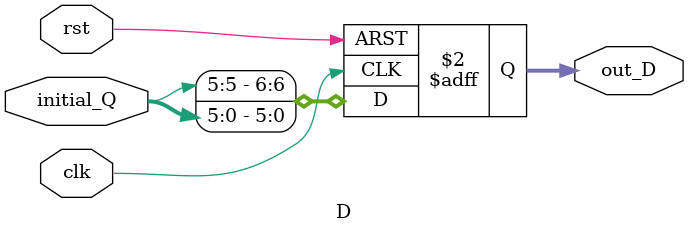
<source format=v>
`timescale 1ns/1ns
module D(input clk,rst,input [5:0]initial_Q,output reg [6:0]out_D);
  always@ (posedge clk,posedge rst) begin
    if(rst) out_D=6'b 000000;
    else out_D={initial_Q[5],initial_Q};
  end
endmodule  


</source>
